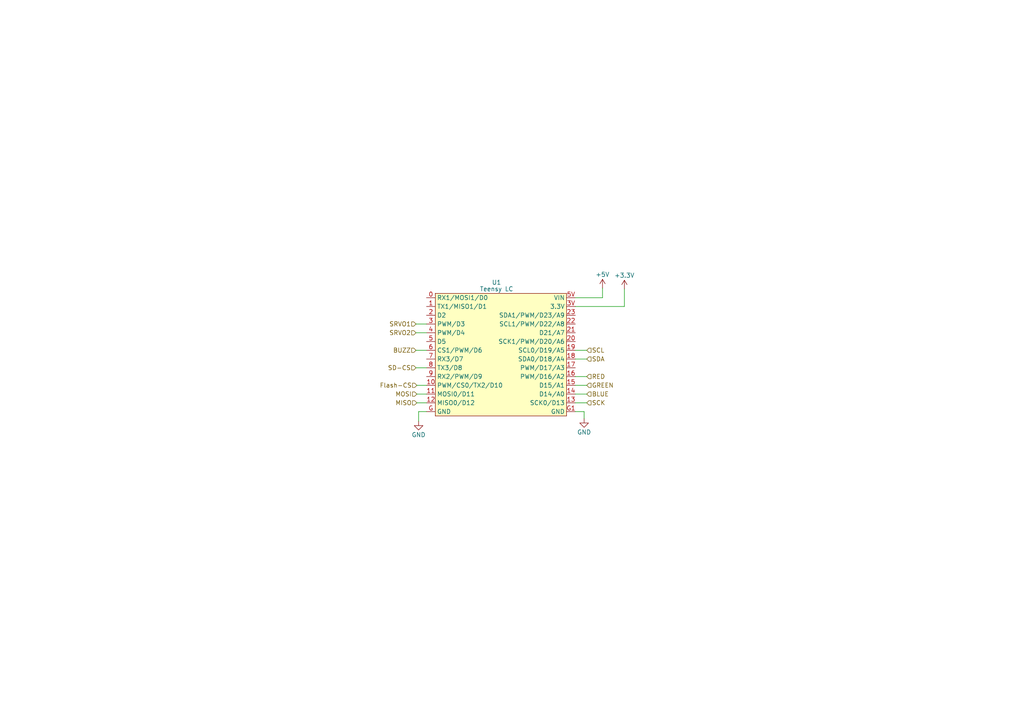
<source format=kicad_sch>
(kicad_sch (version 20230121) (generator eeschema)

  (uuid e81f9759-775a-44d7-ad78-d1992c8969ee)

  (paper "A4")

  (lib_symbols
    (symbol "RocketryIN_FC:TeensyLC" (in_bom yes) (on_board yes)
      (property "Reference" "U" (at 0 10.16 0)
        (effects (font (size 1.27 1.27)))
      )
      (property "Value" "" (at -11.43 3.81 0)
        (effects (font (size 1.27 1.27)))
      )
      (property "Footprint" "" (at -11.43 3.81 0)
        (effects (font (size 1.27 1.27)) hide)
      )
      (property "Datasheet" "" (at -11.43 3.81 0)
        (effects (font (size 1.27 1.27)) hide)
      )
      (symbol "TeensyLC_1_1"
        (rectangle (start -17.78 8.89) (end 20.32 -26.67)
          (stroke (width 0) (type default))
          (fill (type background))
        )
        (pin input line (at -20.32 7.62 0) (length 2.54)
          (name "RX1/MOSI1/D0" (effects (font (size 1.27 1.27))))
          (number "0" (effects (font (size 1.27 1.27))))
        )
        (pin input line (at -20.32 5.08 0) (length 2.54)
          (name "TX1/MISO1/D1" (effects (font (size 1.27 1.27))))
          (number "1" (effects (font (size 1.27 1.27))))
        )
        (pin input line (at -20.32 -17.78 0) (length 2.54)
          (name "PWM/CS0/TX2/D10" (effects (font (size 1.27 1.27))))
          (number "10" (effects (font (size 1.27 1.27))))
        )
        (pin input line (at -20.32 -20.32 0) (length 2.54)
          (name "MOSI0/D11" (effects (font (size 1.27 1.27))))
          (number "11" (effects (font (size 1.27 1.27))))
        )
        (pin input line (at -20.32 -22.86 0) (length 2.54)
          (name "MISO0/D12" (effects (font (size 1.27 1.27))))
          (number "12" (effects (font (size 1.27 1.27))))
        )
        (pin input line (at 22.86 -22.86 180) (length 2.54)
          (name "SCK0/D13" (effects (font (size 1.27 1.27))))
          (number "13" (effects (font (size 1.27 1.27))))
        )
        (pin input line (at 22.86 -20.32 180) (length 2.54)
          (name "D14/A0" (effects (font (size 1.27 1.27))))
          (number "14" (effects (font (size 1.27 1.27))))
        )
        (pin input line (at 22.86 -17.78 180) (length 2.54)
          (name "D15/A1" (effects (font (size 1.27 1.27))))
          (number "15" (effects (font (size 1.27 1.27))))
        )
        (pin input line (at 22.86 -15.24 180) (length 2.54)
          (name "PWM/D16/A2" (effects (font (size 1.27 1.27))))
          (number "16" (effects (font (size 1.27 1.27))))
        )
        (pin input line (at 22.86 -12.7 180) (length 2.54)
          (name "PWM/D17/A3" (effects (font (size 1.27 1.27))))
          (number "17" (effects (font (size 1.27 1.27))))
        )
        (pin input line (at 22.86 -10.16 180) (length 2.54)
          (name "SDA0/D18/A4" (effects (font (size 1.27 1.27))))
          (number "18" (effects (font (size 1.27 1.27))))
        )
        (pin input line (at 22.86 -7.62 180) (length 2.54)
          (name "SCL0/D19/A5" (effects (font (size 1.27 1.27))))
          (number "19" (effects (font (size 1.27 1.27))))
        )
        (pin input line (at -20.32 2.54 0) (length 2.54)
          (name "D2" (effects (font (size 1.27 1.27))))
          (number "2" (effects (font (size 1.27 1.27))))
        )
        (pin input line (at 22.86 -5.08 180) (length 2.54)
          (name "SCK1/PWM/D20/A6" (effects (font (size 1.27 1.27))))
          (number "20" (effects (font (size 1.27 1.27))))
        )
        (pin input line (at 22.86 -2.54 180) (length 2.54)
          (name "D21/A7" (effects (font (size 1.27 1.27))))
          (number "21" (effects (font (size 1.27 1.27))))
        )
        (pin input line (at 22.86 0 180) (length 2.54)
          (name "SCL1/PWM/D22/A8" (effects (font (size 1.27 1.27))))
          (number "22" (effects (font (size 1.27 1.27))))
        )
        (pin input line (at 22.86 2.54 180) (length 2.54)
          (name "SDA1/PWM/D23/A9" (effects (font (size 1.27 1.27))))
          (number "23" (effects (font (size 1.27 1.27))))
        )
        (pin input line (at -20.32 0 0) (length 2.54)
          (name "PWM/D3" (effects (font (size 1.27 1.27))))
          (number "3" (effects (font (size 1.27 1.27))))
        )
        (pin input line (at 22.86 5.08 180) (length 2.54)
          (name "3.3V" (effects (font (size 1.27 1.27))))
          (number "3V" (effects (font (size 1.27 1.27))))
        )
        (pin input line (at -20.32 -2.54 0) (length 2.54)
          (name "PWM/D4" (effects (font (size 1.27 1.27))))
          (number "4" (effects (font (size 1.27 1.27))))
        )
        (pin input line (at -20.32 -5.08 0) (length 2.54)
          (name "D5" (effects (font (size 1.27 1.27))))
          (number "5" (effects (font (size 1.27 1.27))))
        )
        (pin input line (at 22.86 7.62 180) (length 2.54)
          (name "VIN" (effects (font (size 1.27 1.27))))
          (number "5V" (effects (font (size 1.27 1.27))))
        )
        (pin input line (at -20.32 -7.62 0) (length 2.54)
          (name "CS1/PWM/D6" (effects (font (size 1.27 1.27))))
          (number "6" (effects (font (size 1.27 1.27))))
        )
        (pin input line (at -20.32 -10.16 0) (length 2.54)
          (name "RX3/D7" (effects (font (size 1.27 1.27))))
          (number "7" (effects (font (size 1.27 1.27))))
        )
        (pin input line (at -20.32 -12.7 0) (length 2.54)
          (name "TX3/D8" (effects (font (size 1.27 1.27))))
          (number "8" (effects (font (size 1.27 1.27))))
        )
        (pin input line (at -20.32 -15.24 0) (length 2.54)
          (name "RX2/PWM/D9" (effects (font (size 1.27 1.27))))
          (number "9" (effects (font (size 1.27 1.27))))
        )
        (pin input line (at -20.32 -25.4 0) (length 2.54)
          (name "GND" (effects (font (size 1.27 1.27))))
          (number "G" (effects (font (size 1.27 1.27))))
        )
        (pin input line (at 22.86 -25.4 180) (length 2.54)
          (name "GND" (effects (font (size 1.27 1.27))))
          (number "G1" (effects (font (size 1.27 1.27))))
        )
      )
    )
    (symbol "power:+3.3V" (power) (pin_names (offset 0)) (in_bom yes) (on_board yes)
      (property "Reference" "#PWR" (at 0 -3.81 0)
        (effects (font (size 1.27 1.27)) hide)
      )
      (property "Value" "+3.3V" (at 0 3.556 0)
        (effects (font (size 1.27 1.27)))
      )
      (property "Footprint" "" (at 0 0 0)
        (effects (font (size 1.27 1.27)) hide)
      )
      (property "Datasheet" "" (at 0 0 0)
        (effects (font (size 1.27 1.27)) hide)
      )
      (property "ki_keywords" "global power" (at 0 0 0)
        (effects (font (size 1.27 1.27)) hide)
      )
      (property "ki_description" "Power symbol creates a global label with name \"+3.3V\"" (at 0 0 0)
        (effects (font (size 1.27 1.27)) hide)
      )
      (symbol "+3.3V_0_1"
        (polyline
          (pts
            (xy -0.762 1.27)
            (xy 0 2.54)
          )
          (stroke (width 0) (type default))
          (fill (type none))
        )
        (polyline
          (pts
            (xy 0 0)
            (xy 0 2.54)
          )
          (stroke (width 0) (type default))
          (fill (type none))
        )
        (polyline
          (pts
            (xy 0 2.54)
            (xy 0.762 1.27)
          )
          (stroke (width 0) (type default))
          (fill (type none))
        )
      )
      (symbol "+3.3V_1_1"
        (pin power_in line (at 0 0 90) (length 0) hide
          (name "+3.3V" (effects (font (size 1.27 1.27))))
          (number "1" (effects (font (size 1.27 1.27))))
        )
      )
    )
    (symbol "power:+5V" (power) (pin_names (offset 0)) (in_bom yes) (on_board yes)
      (property "Reference" "#PWR" (at 0 -3.81 0)
        (effects (font (size 1.27 1.27)) hide)
      )
      (property "Value" "+5V" (at 0 3.556 0)
        (effects (font (size 1.27 1.27)))
      )
      (property "Footprint" "" (at 0 0 0)
        (effects (font (size 1.27 1.27)) hide)
      )
      (property "Datasheet" "" (at 0 0 0)
        (effects (font (size 1.27 1.27)) hide)
      )
      (property "ki_keywords" "global power" (at 0 0 0)
        (effects (font (size 1.27 1.27)) hide)
      )
      (property "ki_description" "Power symbol creates a global label with name \"+5V\"" (at 0 0 0)
        (effects (font (size 1.27 1.27)) hide)
      )
      (symbol "+5V_0_1"
        (polyline
          (pts
            (xy -0.762 1.27)
            (xy 0 2.54)
          )
          (stroke (width 0) (type default))
          (fill (type none))
        )
        (polyline
          (pts
            (xy 0 0)
            (xy 0 2.54)
          )
          (stroke (width 0) (type default))
          (fill (type none))
        )
        (polyline
          (pts
            (xy 0 2.54)
            (xy 0.762 1.27)
          )
          (stroke (width 0) (type default))
          (fill (type none))
        )
      )
      (symbol "+5V_1_1"
        (pin power_in line (at 0 0 90) (length 0) hide
          (name "+5V" (effects (font (size 1.27 1.27))))
          (number "1" (effects (font (size 1.27 1.27))))
        )
      )
    )
    (symbol "power:GND" (power) (pin_names (offset 0)) (in_bom yes) (on_board yes)
      (property "Reference" "#PWR" (at 0 -6.35 0)
        (effects (font (size 1.27 1.27)) hide)
      )
      (property "Value" "GND" (at 0 -3.81 0)
        (effects (font (size 1.27 1.27)))
      )
      (property "Footprint" "" (at 0 0 0)
        (effects (font (size 1.27 1.27)) hide)
      )
      (property "Datasheet" "" (at 0 0 0)
        (effects (font (size 1.27 1.27)) hide)
      )
      (property "ki_keywords" "global power" (at 0 0 0)
        (effects (font (size 1.27 1.27)) hide)
      )
      (property "ki_description" "Power symbol creates a global label with name \"GND\" , ground" (at 0 0 0)
        (effects (font (size 1.27 1.27)) hide)
      )
      (symbol "GND_0_1"
        (polyline
          (pts
            (xy 0 0)
            (xy 0 -1.27)
            (xy 1.27 -1.27)
            (xy 0 -2.54)
            (xy -1.27 -1.27)
            (xy 0 -1.27)
          )
          (stroke (width 0) (type default))
          (fill (type none))
        )
      )
      (symbol "GND_1_1"
        (pin power_in line (at 0 0 270) (length 0) hide
          (name "GND" (effects (font (size 1.27 1.27))))
          (number "1" (effects (font (size 1.27 1.27))))
        )
      )
    )
  )


  (wire (pts (xy 120.65 96.52) (xy 123.698 96.52))
    (stroke (width 0) (type default))
    (uuid 075a9e28-1dd1-4548-aadb-1b692302b34d)
  )
  (wire (pts (xy 181.102 88.9) (xy 181.102 83.82))
    (stroke (width 0) (type default))
    (uuid 1a6db2f3-a5f6-4228-8228-f73676624160)
  )
  (wire (pts (xy 174.752 83.566) (xy 174.752 86.36))
    (stroke (width 0) (type default))
    (uuid 1bf17026-8fc5-4149-ab18-2a411f0411b5)
  )
  (wire (pts (xy 120.904 111.76) (xy 123.698 111.76))
    (stroke (width 0) (type default))
    (uuid 286ea380-cd04-45b3-a1a8-6a449d7aa0fe)
  )
  (wire (pts (xy 120.65 106.68) (xy 123.698 106.68))
    (stroke (width 0) (type default))
    (uuid 3b6ee18f-c5cd-4451-9edb-72f6c92833d4)
  )
  (wire (pts (xy 166.878 109.22) (xy 170.18 109.22))
    (stroke (width 0) (type default))
    (uuid 46cf886d-282b-4f36-aeb9-ae465c8b683d)
  )
  (wire (pts (xy 120.904 116.84) (xy 123.698 116.84))
    (stroke (width 0) (type default))
    (uuid 58d87fb1-8642-4e95-b037-cf7bd56e585e)
  )
  (wire (pts (xy 120.904 114.3) (xy 123.698 114.3))
    (stroke (width 0) (type default))
    (uuid 59c8418b-06ca-4ad1-aceb-e654826f0958)
  )
  (wire (pts (xy 166.878 104.14) (xy 170.18 104.14))
    (stroke (width 0) (type default))
    (uuid 64dd0e7d-8ce3-4995-b67e-b69034cc03a3)
  )
  (wire (pts (xy 166.878 111.76) (xy 170.18 111.76))
    (stroke (width 0) (type default))
    (uuid 68c9969e-f60b-4c0d-bcf4-b3689648bf5d)
  )
  (wire (pts (xy 120.65 101.6) (xy 123.698 101.6))
    (stroke (width 0) (type default))
    (uuid 7efa80df-bb3c-451b-be12-9d5c4a07f6d8)
  )
  (wire (pts (xy 166.878 101.6) (xy 170.18 101.6))
    (stroke (width 0) (type default))
    (uuid a17a0261-7c5e-494a-a0df-8a4ca9fd6455)
  )
  (wire (pts (xy 166.878 88.9) (xy 181.102 88.9))
    (stroke (width 0) (type default))
    (uuid c80a4e94-9b23-4cba-a7de-ee0fb4b28f19)
  )
  (wire (pts (xy 166.878 116.84) (xy 170.18 116.84))
    (stroke (width 0) (type default))
    (uuid d5ce6479-9151-4de7-9df9-60272decbaff)
  )
  (wire (pts (xy 121.412 122.174) (xy 121.412 119.38))
    (stroke (width 0) (type default))
    (uuid dbf23979-19d5-4176-802c-053892867d7d)
  )
  (wire (pts (xy 121.412 119.38) (xy 123.698 119.38))
    (stroke (width 0) (type default))
    (uuid e39db072-df9d-463d-8691-cce57e6c9742)
  )
  (wire (pts (xy 169.418 119.38) (xy 169.418 121.412))
    (stroke (width 0) (type default))
    (uuid e41f3405-27c7-422b-9bde-0b91b0e757d6)
  )
  (wire (pts (xy 166.878 114.3) (xy 170.18 114.3))
    (stroke (width 0) (type default))
    (uuid e766ca8f-9525-48aa-8763-c8eb48705281)
  )
  (wire (pts (xy 166.878 119.38) (xy 169.418 119.38))
    (stroke (width 0) (type default))
    (uuid f6073a75-6a0d-4993-8257-fcf793442375)
  )
  (wire (pts (xy 174.752 86.36) (xy 166.878 86.36))
    (stroke (width 0) (type default))
    (uuid fca0d5bb-e556-4324-ae81-7e31ad8f6a6a)
  )
  (wire (pts (xy 120.65 93.98) (xy 123.698 93.98))
    (stroke (width 0) (type default))
    (uuid ffd83283-cf9e-445b-906a-fb66499b88f7)
  )

  (hierarchical_label "SD-CS" (shape input) (at 120.65 106.68 180) (fields_autoplaced)
    (effects (font (size 1.27 1.27)) (justify right))
    (uuid 0168d97e-4fe4-457d-816f-786c07594cab)
  )
  (hierarchical_label "SCL" (shape input) (at 170.18 101.6 0) (fields_autoplaced)
    (effects (font (size 1.27 1.27)) (justify left))
    (uuid 127aeab9-09b1-419c-a876-1c4a6718a6b1)
  )
  (hierarchical_label "SRVO2" (shape input) (at 120.65 96.52 180) (fields_autoplaced)
    (effects (font (size 1.27 1.27)) (justify right))
    (uuid 2775e709-f2e1-411e-8ab8-e61131c95ef4)
  )
  (hierarchical_label "SCK" (shape input) (at 170.18 116.84 0) (fields_autoplaced)
    (effects (font (size 1.27 1.27)) (justify left))
    (uuid 293b6ca6-707b-439a-aed3-1e523edda2be)
  )
  (hierarchical_label "SRVO1" (shape input) (at 120.65 93.98 180) (fields_autoplaced)
    (effects (font (size 1.27 1.27)) (justify right))
    (uuid 37dd14bd-a2d3-4d58-a12d-88079caf7fb6)
  )
  (hierarchical_label "Flash-CS" (shape input) (at 120.904 111.76 180) (fields_autoplaced)
    (effects (font (size 1.27 1.27)) (justify right))
    (uuid 5e80b268-a363-42bc-b04f-d2f770e1ecb7)
  )
  (hierarchical_label "RED" (shape input) (at 170.18 109.22 0) (fields_autoplaced)
    (effects (font (size 1.27 1.27)) (justify left))
    (uuid 6502e706-1397-4527-8349-44bd2404b7d2)
  )
  (hierarchical_label "MISO" (shape input) (at 120.904 116.84 180) (fields_autoplaced)
    (effects (font (size 1.27 1.27)) (justify right))
    (uuid 6f51ccd8-6d7b-49c7-80f7-7bc985dace51)
  )
  (hierarchical_label "SDA" (shape input) (at 170.18 104.14 0) (fields_autoplaced)
    (effects (font (size 1.27 1.27)) (justify left))
    (uuid ad2aa588-586f-4fc5-bbdc-960c9b112acd)
  )
  (hierarchical_label "BLUE" (shape input) (at 170.18 114.3 0) (fields_autoplaced)
    (effects (font (size 1.27 1.27)) (justify left))
    (uuid e4d59f2d-b390-4010-b667-385af1aeadd7)
  )
  (hierarchical_label "BUZZ" (shape input) (at 120.65 101.6 180) (fields_autoplaced)
    (effects (font (size 1.27 1.27)) (justify right))
    (uuid e9c40626-bdbb-4d1d-96a7-c553b6d557ea)
  )
  (hierarchical_label "GREEN" (shape input) (at 170.18 111.76 0) (fields_autoplaced)
    (effects (font (size 1.27 1.27)) (justify left))
    (uuid edc3c81f-083c-4a8c-bf5c-32b8048de21d)
  )
  (hierarchical_label "MOSI" (shape input) (at 120.904 114.3 180) (fields_autoplaced)
    (effects (font (size 1.27 1.27)) (justify right))
    (uuid f8968ad0-fead-4b12-a527-5cae8239875d)
  )

  (symbol (lib_id "power:+3.3V") (at 181.102 83.82 0) (mirror y) (unit 1)
    (in_bom yes) (on_board yes) (dnp no)
    (uuid 685ec7fa-fa3b-4111-a745-93101bdd257e)
    (property "Reference" "#PWR02" (at 181.102 87.63 0)
      (effects (font (size 1.27 1.27)) hide)
    )
    (property "Value" "+3.3V" (at 181.102 79.875 0)
      (effects (font (size 1.27 1.27)))
    )
    (property "Footprint" "" (at 181.102 83.82 0)
      (effects (font (size 1.27 1.27)) hide)
    )
    (property "Datasheet" "" (at 181.102 83.82 0)
      (effects (font (size 1.27 1.27)) hide)
    )
    (pin "1" (uuid 1aee8fd1-97c1-4efa-8349-514a4c07db6c))
    (instances
      (project "RocketryIN-FC"
        (path "/eca5bcb3-e8cc-4774-b734-f4245bf2d59b/c5b34a95-cdb8-4e3e-9225-49ec6b1e1cf2"
          (reference "#PWR02") (unit 1)
        )
      )
    )
  )

  (symbol (lib_id "power:+5V") (at 174.752 83.566 0) (unit 1)
    (in_bom yes) (on_board yes) (dnp no) (fields_autoplaced)
    (uuid 82e947eb-0445-412a-9184-cd2b1eeca9cd)
    (property "Reference" "#PWR01" (at 174.752 87.376 0)
      (effects (font (size 1.27 1.27)) hide)
    )
    (property "Value" "+5V" (at 174.752 79.621 0)
      (effects (font (size 1.27 1.27)))
    )
    (property "Footprint" "" (at 174.752 83.566 0)
      (effects (font (size 1.27 1.27)) hide)
    )
    (property "Datasheet" "" (at 174.752 83.566 0)
      (effects (font (size 1.27 1.27)) hide)
    )
    (pin "1" (uuid bf563504-ca32-40fb-83f8-7df4a6e0d5e8))
    (instances
      (project "RocketryIN-FC"
        (path "/eca5bcb3-e8cc-4774-b734-f4245bf2d59b/c5b34a95-cdb8-4e3e-9225-49ec6b1e1cf2"
          (reference "#PWR01") (unit 1)
        )
      )
    )
  )

  (symbol (lib_id "RocketryIN_FC:TeensyLC") (at 144.018 93.98 0) (unit 1)
    (in_bom yes) (on_board yes) (dnp no)
    (uuid 88bd0920-6813-4477-81c1-7c217b9328c9)
    (property "Reference" "U1" (at 144.018 81.915 0)
      (effects (font (size 1.27 1.27)))
    )
    (property "Value" "Teensy LC" (at 144.018 83.82 0)
      (effects (font (size 1.27 1.27)))
    )
    (property "Footprint" "" (at 132.588 90.17 0)
      (effects (font (size 1.27 1.27)) hide)
    )
    (property "Datasheet" "" (at 132.588 90.17 0)
      (effects (font (size 1.27 1.27)) hide)
    )
    (pin "0" (uuid 1cd1d61e-d6bd-461c-a3ff-306c6fdda18f))
    (pin "1" (uuid a7a32d2f-f647-422d-8451-3b3248102462))
    (pin "10" (uuid 2b319bb8-3994-4658-8a76-6b6c34c357fb))
    (pin "11" (uuid ed0e8513-58dd-4063-b224-aaa21394b5fd))
    (pin "12" (uuid 997d210c-c5d0-44df-961a-c5508e7eea5b))
    (pin "13" (uuid d8ccf94f-11ee-4fa3-bc14-ad72c6729cdb))
    (pin "14" (uuid e8541090-d0aa-4fb7-91f0-62777f5ed979))
    (pin "15" (uuid f32da028-7c5d-4d61-9366-21b5b0ed97cd))
    (pin "16" (uuid 70d2bfa5-c272-4e91-99b6-d3738b5f702a))
    (pin "17" (uuid afc59e4f-0d51-441a-9c98-f1639fb53d83))
    (pin "18" (uuid 2b552f59-372e-4c10-9d9c-3b38e3514fcb))
    (pin "19" (uuid 2bb504d7-16dd-4f49-9a36-29d89e55d77f))
    (pin "2" (uuid 4533c1e2-0508-4060-86a9-e215793c8b68))
    (pin "20" (uuid 6226a56b-0fa0-46c6-aead-a795277c8fbe))
    (pin "21" (uuid 80613954-2f5c-421a-abd9-02eab4018843))
    (pin "22" (uuid b7ca80fa-9c1e-4d06-80dc-a1bb72da167c))
    (pin "23" (uuid 8fbc8ab4-e10a-4f30-9eb0-496112de7804))
    (pin "3" (uuid 596b56e2-fbad-43c3-ac1e-3a3bf60f2b29))
    (pin "3V" (uuid d722eabe-3981-45d0-b736-5c07c5371901))
    (pin "4" (uuid a872eabc-4552-4aaf-913c-6b6b71125cc1))
    (pin "5" (uuid 1a0fc69f-bd90-4461-92f1-712f10e27536))
    (pin "5V" (uuid d53bc4ee-d524-4ac8-90f9-7481a3fba0ae))
    (pin "6" (uuid 58b88bfd-cb80-4a97-8773-859f28c196a1))
    (pin "7" (uuid ee8e61e6-29f8-4e36-ae76-d5b4fab94957))
    (pin "8" (uuid cc2cbd8a-eb84-4d23-91a1-94b45e1fa70b))
    (pin "9" (uuid c75a46b1-8711-40cb-9d57-7b628b09f00a))
    (pin "G" (uuid fee696b4-5d27-4b83-a62a-76f5f4b35e4c))
    (pin "G1" (uuid 0a8855ab-1469-4f1e-96a8-1022c2c2333b))
    (instances
      (project "RocketryIN-FC"
        (path "/eca5bcb3-e8cc-4774-b734-f4245bf2d59b/c5b34a95-cdb8-4e3e-9225-49ec6b1e1cf2"
          (reference "U1") (unit 1)
        )
      )
    )
  )

  (symbol (lib_id "power:GND") (at 121.412 122.174 0) (unit 1)
    (in_bom yes) (on_board yes) (dnp no) (fields_autoplaced)
    (uuid 9acc2278-1054-43fc-921a-0997d15c0fcd)
    (property "Reference" "#PWR04" (at 121.412 128.524 0)
      (effects (font (size 1.27 1.27)) hide)
    )
    (property "Value" "GND" (at 121.412 126.119 0)
      (effects (font (size 1.27 1.27)))
    )
    (property "Footprint" "" (at 121.412 122.174 0)
      (effects (font (size 1.27 1.27)) hide)
    )
    (property "Datasheet" "" (at 121.412 122.174 0)
      (effects (font (size 1.27 1.27)) hide)
    )
    (pin "1" (uuid 6d992669-1b58-4869-9002-f27c696a99df))
    (instances
      (project "RocketryIN-FC"
        (path "/eca5bcb3-e8cc-4774-b734-f4245bf2d59b/c5b34a95-cdb8-4e3e-9225-49ec6b1e1cf2"
          (reference "#PWR04") (unit 1)
        )
      )
    )
  )

  (symbol (lib_id "power:GND") (at 169.418 121.412 0) (unit 1)
    (in_bom yes) (on_board yes) (dnp no) (fields_autoplaced)
    (uuid be846b35-ed1b-4eec-b3db-14ff7ba62e45)
    (property "Reference" "#PWR03" (at 169.418 127.762 0)
      (effects (font (size 1.27 1.27)) hide)
    )
    (property "Value" "GND" (at 169.418 125.357 0)
      (effects (font (size 1.27 1.27)))
    )
    (property "Footprint" "" (at 169.418 121.412 0)
      (effects (font (size 1.27 1.27)) hide)
    )
    (property "Datasheet" "" (at 169.418 121.412 0)
      (effects (font (size 1.27 1.27)) hide)
    )
    (pin "1" (uuid e372ed64-3ebb-4274-8ba0-3088ef3e88d3))
    (instances
      (project "RocketryIN-FC"
        (path "/eca5bcb3-e8cc-4774-b734-f4245bf2d59b/c5b34a95-cdb8-4e3e-9225-49ec6b1e1cf2"
          (reference "#PWR03") (unit 1)
        )
      )
    )
  )
)

</source>
